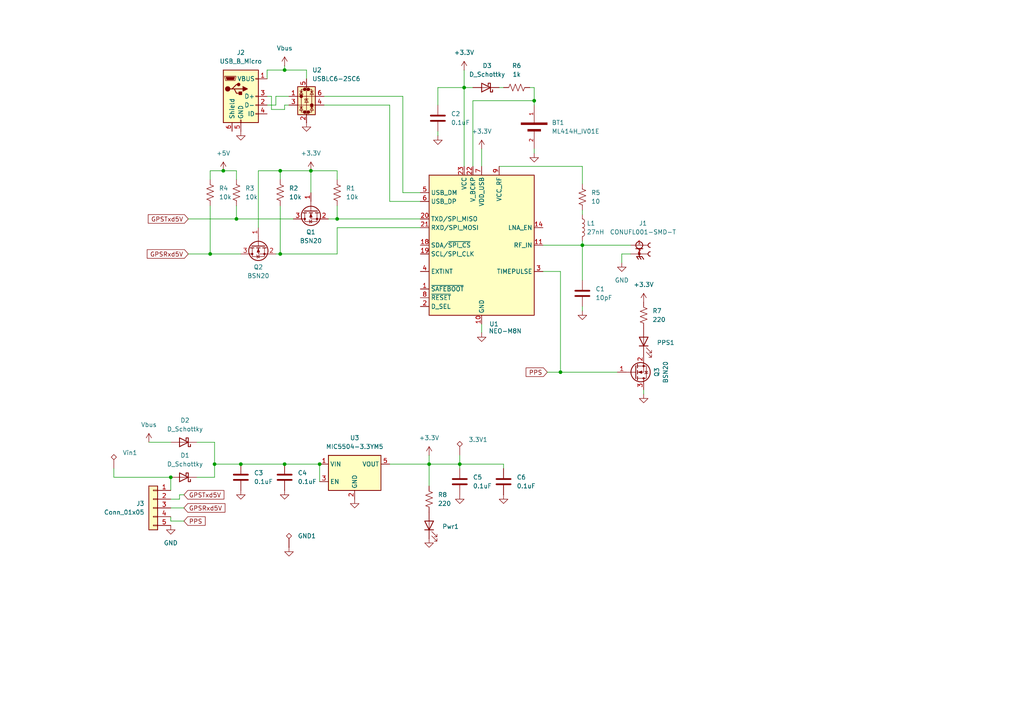
<source format=kicad_sch>
(kicad_sch (version 20231120) (generator "eeschema") (generator_version "8.0")
  (paper "A4")
  (lib_symbols
    (symbol "CONUFL001-SMD-T:CONUFL001-SMD-T" (pin_names (offset 1.016))
      (property "Reference" "J" (at -3.81 4.064 0))
      (property "Value" "CONUFL001-SMD-T" (at -4.064 -4.318 0))
      (symbol "CONUFL001-SMD-T_0_0"
        (arc (start -3.175 -0.635) (mid -2.5427 0) (end -3.175 0.635) (stroke (width 0.254)))
        (arc (start -3.175 1.905) (mid -2.5427 2.54) (end -3.175 3.175) (stroke (width 0.254)))
        (polyline (pts (xy -1.016 1.524) (xy 0 1.524)) (stroke (width 0.254)))
        (polyline (pts (xy -0.762 -0.762) (xy -1.27 -1.524)) (stroke (width 0.254)))
        (polyline (pts (xy 0 -0.762) (xy -0.762 -0.762)) (stroke (width 0.254)))
        (polyline (pts (xy 0 -0.762) (xy -0.508 -1.524)) (stroke (width 0.254)))
        (polyline (pts (xy 0 -0.762) (xy 0.762 -0.762)) (stroke (width 0.254)))
        (polyline (pts (xy 0 1.524) (xy 0 -0.762)) (stroke (width 0.254)))
        (polyline (pts (xy 0 1.524) (xy 1.016 1.524)) (stroke (width 0.254)))
        (polyline (pts (xy 0.762 -0.762) (xy 0.254 -1.524)) (stroke (width 0.254)))
        (circle (center 0 0) (radius 0.254) (stroke (width 0.254)))
        (circle (center 0 2.54) (radius 1.016) (stroke (width 0.254)))
        (pin passive line (at 2.54 2.54 180) (length 5.08) (name "~") (number "1"))
        (pin passive line (at 2.54 0 180) (length 5.08) (name "~") (number "2"))
      )
    )
    (symbol "Connector:TestPoint_Alt" (pin_numbers hide) (pin_names (offset 0.762) hide)
      (property "Reference" "TP" (at 0 6.858 0))
      (property "Value" "TestPoint_Alt" (at 0 5.08 0))
      (symbol "TestPoint_Alt_0_1"
        (polyline (pts (xy 0 2.54) (xy -0.762 3.302) (xy 0 4.064) (xy 0.762 3.302) (xy 0 2.54)))
      )
      (symbol "TestPoint_Alt_1_1"
        (pin passive line (at 0 0 90) (length 2.54) (name "1") (number "1"))
      )
    )
    (symbol "Connector:USB_B_Micro" (pin_names (offset 1.016))
      (property "Reference" "J" (at -5.08 11.43 0))
      (property "Value" "USB_B_Micro" (at -5.08 8.89 0))
      (symbol "USB_B_Micro_0_1"
        (rectangle (start -5.08 -7.62) (end 5.08 7.62) (stroke (width 0.254)) (fill (type background)))
        (circle (center -3.81 2.159) (radius 0.635) (stroke (width 0.254)) (fill (type outline)))
        (circle (center -0.635 3.429) (radius 0.381) (stroke (width 0.254)) (fill (type outline)))
        (rectangle (start -0.127 -7.62) (end 0.127 -6.858))
        (polyline (pts (xy -1.905 2.159) (xy 0.635 2.159)) (stroke (width 0.254)))
        (polyline (pts (xy -3.175 2.159) (xy -2.54 2.159) (xy -1.27 3.429) (xy -0.635 3.429)) (stroke (width 0.254)))
        (polyline (pts (xy -2.54 2.159) (xy -1.905 2.159) (xy -1.27 0.889) (xy 0 0.889)) (stroke (width 0.254)))
        (polyline (pts (xy 0.635 2.794) (xy 0.635 1.524) (xy 1.905 2.159) (xy 0.635 2.794)) (stroke (width 0.254)) (fill (type outline)))
        (polyline (pts (xy -4.318 5.588) (xy -1.778 5.588) (xy -2.032 4.826) (xy -4.064 4.826) (xy -4.318 5.588)) (fill (type outline)))
        (polyline (pts (xy -4.699 5.842) (xy -4.699 5.588) (xy -4.445 4.826) (xy -4.445 4.572) (xy -1.651 4.572) (xy -1.651 4.826) (xy -1.397 5.588) (xy -1.397 5.842) (xy -4.699 5.842)))
        (rectangle (start 0.254 1.27) (end -0.508 0.508) (stroke (width 0.254)) (fill (type outline)))
        (rectangle (start 5.08 -5.207) (end 4.318 -4.953))
        (rectangle (start 5.08 -2.667) (end 4.318 -2.413))
        (rectangle (start 5.08 -0.127) (end 4.318 0.127))
        (rectangle (start 5.08 4.953) (end 4.318 5.207))
      )
      (symbol "USB_B_Micro_1_1"
        (pin power_out line (at 7.62 5.08 180) (length 2.54) (name "VBUS") (number "1"))
        (pin bidirectional line (at 7.62 -2.54 180) (length 2.54) (name "D-") (number "2"))
        (pin bidirectional line (at 7.62 0 180) (length 2.54) (name "D+") (number "3"))
        (pin passive line (at 7.62 -5.08 180) (length 2.54) (name "ID") (number "4"))
        (pin power_out line (at 0 -10.16 90) (length 2.54) (name "GND") (number "5"))
        (pin passive line (at -2.54 -10.16 90) (length 2.54) (name "Shield") (number "6"))
      )
    )
    (symbol "Connector_Generic:Conn_01x05" (pin_names (offset 1.016) hide)
      (property "Reference" "J" (at 0 7.62 0))
      (property "Value" "Conn_01x05" (at 0 -7.62 0))
      (symbol "Conn_01x05_1_1"
        (rectangle (start -1.27 -4.953) (end 0 -5.207) (stroke (width 0.1524)))
        (rectangle (start -1.27 -2.413) (end 0 -2.667) (stroke (width 0.1524)))
        (rectangle (start -1.27 0.127) (end 0 -0.127) (stroke (width 0.1524)))
        (rectangle (start -1.27 2.667) (end 0 2.413) (stroke (width 0.1524)))
        (rectangle (start -1.27 5.207) (end 0 4.953) (stroke (width 0.1524)))
        (rectangle (start -1.27 6.35) (end 1.27 -6.35) (stroke (width 0.254)) (fill (type background)))
        (pin passive line (at -5.08 5.08 0) (length 3.81) (name "Pin_1") (number "1"))
        (pin passive line (at -5.08 2.54 0) (length 3.81) (name "Pin_2") (number "2"))
        (pin passive line (at -5.08 0 0) (length 3.81) (name "Pin_3") (number "3"))
        (pin passive line (at -5.08 -2.54 0) (length 3.81) (name "Pin_4") (number "4"))
        (pin passive line (at -5.08 -5.08 0) (length 3.81) (name "Pin_5") (number "5"))
      )
    )
    (symbol "Device:C" (pin_numbers hide) (pin_names (offset 0.254))
      (property "Reference" "C" (at 0.635 2.54 0))
      (property "Value" "C" (at 0.635 -2.54 0))
      (symbol "C_0_1"
        (polyline (pts (xy -2.032 -0.762) (xy 2.032 -0.762)) (stroke (width 0.508)))
        (polyline (pts (xy -2.032 0.762) (xy 2.032 0.762)) (stroke (width 0.508)))
      )
      (symbol "C_1_1"
        (pin passive line (at 0 3.81 270) (length 2.794) (name "~") (number "1"))
        (pin passive line (at 0 -3.81 90) (length 2.794) (name "~") (number "2"))
      )
    )
    (symbol "Device:D_Schottky" (pin_numbers hide) (pin_names (offset 1.016) hide)
      (property "Reference" "D" (at 0 2.54 0))
      (property "Value" "D_Schottky" (at 0 -2.54 0))
      (symbol "D_Schottky_0_1"
        (polyline (pts (xy 1.27 0) (xy -1.27 0)))
        (polyline (pts (xy 1.27 1.27) (xy 1.27 -1.27) (xy -1.27 0) (xy 1.27 1.27)) (stroke (width 0.254)))
        (polyline (pts (xy -1.905 0.635) (xy -1.905 1.27) (xy -1.27 1.27) (xy -1.27 -1.27) (xy -0.635 -1.27) (xy -0.635 -0.635)) (stroke (width 0.254)))
      )
      (symbol "D_Schottky_1_1"
        (pin passive line (at -3.81 0 0) (length 2.54) (name "K") (number "1"))
        (pin passive line (at 3.81 0 180) (length 2.54) (name "A") (number "2"))
      )
    )
    (symbol "Device:L" (pin_numbers hide) (pin_names (offset 1.016) hide)
      (property "Reference" "L" (at -1.27 0 90))
      (property "Value" "L" (at 1.905 0 90))
      (symbol "L_0_1"
        (arc (start 0 -2.54) (mid 0.6323 -1.905) (end 0 -1.27))
        (arc (start 0 -1.27) (mid 0.6323 -0.635) (end 0 0))
        (arc (start 0 0) (mid 0.6323 0.635) (end 0 1.27))
        (arc (start 0 1.27) (mid 0.6323 1.905) (end 0 2.54))
      )
      (symbol "L_1_1"
        (pin passive line (at 0 3.81 270) (length 1.27) (name "1") (number "1"))
        (pin passive line (at 0 -3.81 90) (length 1.27) (name "2") (number "2"))
      )
    )
    (symbol "Device:LED" (pin_numbers hide) (pin_names (offset 1.016) hide)
      (property "Reference" "D" (at 0 2.54 0))
      (property "Value" "LED" (at 0 -2.54 0))
      (symbol "LED_0_1"
        (polyline (pts (xy -1.27 -1.27) (xy -1.27 1.27)) (stroke (width 0.254)))
        (polyline (pts (xy -1.27 0) (xy 1.27 0)))
        (polyline (pts (xy 1.27 -1.27) (xy 1.27 1.27) (xy -1.27 0) (xy 1.27 -1.27)) (stroke (width 0.254)))
        (polyline (pts (xy -3.048 -0.762) (xy -4.572 -2.286) (xy -3.81 -2.286) (xy -4.572 -2.286) (xy -4.572 -1.524)))
        (polyline (pts (xy -1.778 -0.762) (xy -3.302 -2.286) (xy -2.54 -2.286) (xy -3.302 -2.286) (xy -3.302 -1.524)))
      )
      (symbol "LED_1_1"
        (pin passive line (at -3.81 0 0) (length 2.54) (name "K") (number "1"))
        (pin passive line (at 3.81 0 180) (length 2.54) (name "A") (number "2"))
      )
    )
    (symbol "Device:R_US" (pin_numbers hide) (pin_names (offset 0))
      (property "Reference" "R" (at 2.54 0 90))
      (property "Value" "R_US" (at -2.54 0 90))
      (symbol "R_US_0_1"
        (polyline (pts (xy 0 -2.286) (xy 0 -2.54)))
        (polyline (pts (xy 0 2.286) (xy 0 2.54)))
        (polyline (pts (xy 0 -0.762) (xy 1.016 -1.143) (xy 0 -1.524) (xy -1.016 -1.905) (xy 0 -2.286)))
        (polyline (pts (xy 0 0.762) (xy 1.016 0.381) (xy 0 0) (xy -1.016 -0.381) (xy 0 -0.762)))
        (polyline (pts (xy 0 2.286) (xy 1.016 1.905) (xy 0 1.524) (xy -1.016 1.143) (xy 0 0.762)))
      )
      (symbol "R_US_1_1"
        (pin passive line (at 0 3.81 270) (length 1.27) (name "~") (number "1"))
        (pin passive line (at 0 -3.81 90) (length 1.27) (name "~") (number "2"))
      )
    )
    (symbol "Power_Protection:USBLC6-2SC6" (pin_names hide)
      (property "Reference" "U" (at 0.635 5.715 0))
      (property "Value" "USBLC6-2SC6" (at 0.635 3.81 0))
      (symbol "USBLC6-2SC6_0_0"
        (circle (center -1.524 0) (radius 0.0001) (stroke (width 0.508)))
        (circle (center -0.508 -4.572) (radius 0.0001) (stroke (width 0.508)))
        (circle (center -0.508 2.032) (radius 0.0001) (stroke (width 0.508)))
        (circle (center 0.508 -4.572) (radius 0.0001) (stroke (width 0.508)))
        (circle (center 0.508 2.032) (radius 0.0001) (stroke (width 0.508)))
        (circle (center 1.524 -2.54) (radius 0.0001) (stroke (width 0.508)))
      )
      (symbol "USBLC6-2SC6_0_1"
        (polyline (pts (xy -2.54 -2.54) (xy 2.54 -2.54)))
        (polyline (pts (xy -2.54 0) (xy 2.54 0)))
        (polyline (pts (xy -2.032 -3.048) (xy -1.016 -3.048)))
        (polyline (pts (xy -1.016 1.524) (xy -2.032 1.524)))
        (polyline (pts (xy 1.016 -3.048) (xy 2.032 -3.048)))
        (polyline (pts (xy 1.016 1.524) (xy 2.032 1.524)))
        (polyline (pts (xy -0.508 -1.143) (xy -0.508 -0.762) (xy 0.508 -0.762)))
        (polyline (pts (xy -2.032 0.508) (xy -1.016 0.508) (xy -1.524 1.524) (xy -2.032 0.508)))
        (polyline (pts (xy -1.016 -4.064) (xy -2.032 -4.064) (xy -1.524 -3.048) (xy -1.016 -4.064)))
        (polyline (pts (xy 0.508 -1.778) (xy -0.508 -1.778) (xy 0 -0.762) (xy 0.508 -1.778)))
        (polyline (pts (xy 2.032 -4.064) (xy 1.016 -4.064) (xy 1.524 -3.048) (xy 2.032 -4.064)))
        (polyline (pts (xy 2.032 0.508) (xy 1.016 0.508) (xy 1.524 1.524) (xy 2.032 0.508)))
        (polyline (pts (xy 0 2.54) (xy -0.508 2.032) (xy 0.508 2.032) (xy 0 1.524) (xy 0 -4.064) (xy -0.508 -4.572) (xy 0.508 -4.572) (xy 0 -5.08)))
      )
      (symbol "USBLC6-2SC6_1_1"
        (rectangle (start -2.54 2.794) (end 2.54 -5.334) (stroke (width 0.254)) (fill (type background)))
        (polyline (pts (xy -0.508 2.032) (xy -1.524 2.032) (xy -1.524 -4.572) (xy -0.508 -4.572)))
        (polyline (pts (xy 0.508 -4.572) (xy 1.524 -4.572) (xy 1.524 2.032) (xy 0.508 2.032)))
        (pin passive line (at -5.08 0 0) (length 2.54) (name "I/O1") (number "1"))
        (pin passive line (at 0 -7.62 90) (length 2.54) (name "GND") (number "2"))
        (pin passive line (at -5.08 -2.54 0) (length 2.54) (name "I/O2") (number "3"))
        (pin passive line (at 5.08 -2.54 180) (length 2.54) (name "I/O2") (number "4"))
        (pin passive line (at 0 5.08 270) (length 2.54) (name "VBUS") (number "5"))
        (pin passive line (at 5.08 0 180) (length 2.54) (name "I/O1") (number "6"))
      )
    )
    (symbol "RF_GPS:NEO-M8N"
      (property "Reference" "U" (at -13.97 21.59 0))
      (property "Value" "NEO-M8N" (at 11.43 21.59 0))
      (symbol "NEO-M8N_0_1"
        (rectangle (start -15.24 20.32) (end 15.24 -20.32) (stroke (width 0.254)) (fill (type background)))
      )
      (symbol "NEO-M8N_1_1"
        (pin input line (at -17.78 -12.7 0) (length 2.54) (name "~{SAFEBOOT}") (number "1"))
        (pin power_in line (at 0 -22.86 90) (length 2.54) (name "GND") (number "10"))
        (pin input line (at 17.78 0 180) (length 2.54) (name "RF_IN") (number "11"))
        (pin passive line (at 0 -22.86 90) (length 2.54) hide (name "GND") (number "12"))
        (pin passive line (at 0 -22.86 90) (length 2.54) hide (name "GND") (number "13"))
        (pin output line (at 17.78 5.08 180) (length 2.54) (name "LNA_EN") (number "14"))
        (pin no_connect line (at 15.24 -10.16 180) (length 2.54) hide (name "RESERVED") (number "15"))
        (pin no_connect line (at 15.24 -12.7 180) (length 2.54) hide (name "RESERVED") (number "16"))
        (pin no_connect line (at 15.24 -15.24 180) (length 2.54) hide (name "RESERVED") (number "17"))
        (pin bidirectional line (at -17.78 0 0) (length 2.54) (name "SDA/~{SPI_CS}") (number "18"))
        (pin input line (at -17.78 -2.54 0) (length 2.54) (name "SCL/SPI_CLK") (number "19"))
        (pin input line (at -17.78 -17.78 0) (length 2.54) (name "D_SEL") (number "2"))
        (pin output line (at -17.78 7.62 0) (length 2.54) (name "TXD/SPI_MISO") (number "20"))
        (pin input line (at -17.78 5.08 0) (length 2.54) (name "RXD/SPI_MOSI") (number "21"))
        (pin power_in line (at -2.54 22.86 270) (length 2.54) (name "V_BCKP") (number "22"))
        (pin power_in line (at -5.08 22.86 270) (length 2.54) (name "VCC") (number "23"))
        (pin passive line (at 0 -22.86 90) (length 2.54) hide (name "GND") (number "24"))
        (pin output line (at 17.78 -7.62 180) (length 2.54) (name "TIMEPULSE") (number "3"))
        (pin input line (at -17.78 -7.62 0) (length 2.54) (name "EXTINT") (number "4"))
        (pin bidirectional line (at -17.78 15.24 0) (length 2.54) (name "USB_DM") (number "5"))
        (pin bidirectional line (at -17.78 12.7 0) (length 2.54) (name "USB_DP") (number "6"))
        (pin power_in line (at 0 22.86 270) (length 2.54) (name "VDD_USB") (number "7"))
        (pin input line (at -17.78 -15.24 0) (length 2.54) (name "~{RESET}") (number "8"))
        (pin power_out line (at 5.08 22.86 270) (length 2.54) (name "VCC_RF") (number "9"))
      )
    )
    (symbol "Regulator_Linear:MIC5504-3.3YM5"
      (property "Reference" "U" (at -7.62 8.89 0))
      (property "Value" "MIC5504-3.3YM5" (at -7.62 6.35 0))
      (symbol "MIC5504-3.3YM5_0_1"
        (rectangle (start -7.62 -5.08) (end 7.62 5.08) (stroke (width 0.254)) (fill (type background)))
      )
      (symbol "MIC5504-3.3YM5_1_1"
        (pin power_in line (at -10.16 2.54 0) (length 2.54) (name "VIN") (number "1"))
        (pin power_in line (at 0 -7.62 90) (length 2.54) (name "GND") (number "2"))
        (pin input line (at -10.16 -2.54 0) (length 2.54) (name "EN") (number "3"))
        (pin no_connect line (at 7.62 -2.54 180) (length 2.54) hide (name "NC") (number "4"))
        (pin power_out line (at 10.16 2.54 180) (length 2.54) (name "VOUT") (number "5"))
      )
    )
    (symbol "Transistor_FET:BSN20" (pin_names hide)
      (property "Reference" "Q" (at 5.08 1.905 0))
      (property "Value" "BSN20" (at 5.08 0 0))
      (symbol "BSN20_0_1"
        (polyline (pts (xy 0.254 0) (xy -2.54 0)))
        (polyline (pts (xy 0.254 1.905) (xy 0.254 -1.905)) (stroke (width 0.254)))
        (polyline (pts (xy 0.762 -1.27) (xy 0.762 -2.286)) (stroke (width 0.254)))
        (polyline (pts (xy 0.762 0.508) (xy 0.762 -0.508)) (stroke (width 0.254)))
        (polyline (pts (xy 0.762 2.286) (xy 0.762 1.27)) (stroke (width 0.254)))
        (polyline (pts (xy 2.54 2.54) (xy 2.54 1.778)))
        (polyline (pts (xy 2.54 -2.54) (xy 2.54 0) (xy 0.762 0)))
        (polyline (pts (xy 0.762 -1.778) (xy 3.302 -1.778) (xy 3.302 1.778) (xy 0.762 1.778)))
        (polyline (pts (xy 1.016 0) (xy 2.032 0.381) (xy 2.032 -0.381) (xy 1.016 0)) (fill (type outline)))
        (polyline (pts (xy 2.794 0.508) (xy 2.921 0.381) (xy 3.683 0.381) (xy 3.81 0.254)))
        (polyline (pts (xy 3.302 0.381) (xy 2.921 -0.254) (xy 3.683 -0.254) (xy 3.302 0.381)))
        (circle (center 1.651 0) (radius 2.794) (stroke (width 0.254)))
        (circle (center 2.54 -1.778) (radius 0.254) (fill (type outline)))
        (circle (center 2.54 1.778) (radius 0.254) (fill (type outline)))
      )
      (symbol "BSN20_1_1"
        (pin input line (at -5.08 0 0) (length 2.54) (name "G") (number "1"))
        (pin passive line (at 2.54 -5.08 90) (length 2.54) (name "S") (number "2"))
        (pin passive line (at 2.54 5.08 270) (length 2.54) (name "D") (number "3"))
      )
    )
    (symbol "_MyLib_sym:ML414H_IV01E" (pin_names (offset 1.016))
      (property "Reference" "BT" (at -2.5438 5.0877 0))
      (property "Value" "ML414H_IV01E" (at -2.5481 -7.6443 0))
      (symbol "ML414H_IV01E_0_0"
        (rectangle (start 0 -3.8255) (end 0.635 3.81) (stroke (width 0.1)) (fill (type outline)))
        (rectangle (start 1.9091 -1.9091) (end 2.54 1.905) (stroke (width 0.1)) (fill (type outline)))
        (pin passive line (at -5.08 0 0) (length 5.08) (name "~") (number "1"))
        (pin passive line (at 7.62 0 180) (length 5.08) (name "~") (number "2"))
      )
    )
    (symbol "power:+3.3V" (power) (pin_numbers hide) (pin_names (offset 0) hide)
      (property "Value" "+3.3V" (at 0 3.556 0))
      (symbol "+3.3V_0_1"
        (polyline (pts (xy -0.762 1.27) (xy 0 2.54)))
        (polyline (pts (xy 0 0) (xy 0 2.54)))
        (polyline (pts (xy 0 2.54) (xy 0.762 1.27)))
      )
      (symbol "+3.3V_1_1"
        (pin power_in line (at 0 0 90) (length 0) (name "~") (number "1"))
      )
    )
    (symbol "power:GND" (power) (pin_numbers hide) (pin_names (offset 0) hide)
      (property "Value" "GND" (at 0 -3.81 0))
      (symbol "GND_0_1"
        (polyline (pts (xy 0 0) (xy 0 -1.27) (xy 1.27 -1.27) (xy 0 -2.54) (xy -1.27 -1.27) (xy 0 -1.27)))
      )
      (symbol "GND_1_1"
        (pin power_in line (at 0 0 270) (length 0) (name "~") (number "1"))
      )
    )
  )
  (junction (at 69.85 134.62))
  (junction (at 168.91 71.12))
  (junction (at 90.17 49.53))
  (junction (at 49.53 138.43))
  (junction (at 134.62 25.4))
  (junction (at 64.77 49.53))
  (junction (at 60.96 73.66))
  (junction (at 92.71 134.62))
  (junction (at 162.56 107.95))
  (junction (at 81.28 49.53))
  (junction (at 133.35 134.62))
  (junction (at 97.79 63.5))
  (junction (at 68.58 63.5))
  (junction (at 62.23 134.62))
  (junction (at 82.55 20.32))
  (junction (at 81.28 73.66))
  (junction (at 82.55 134.62))
  (junction (at 124.46 134.62))
  (junction (at 154.94 29.21))
  (wire (pts (xy 97.79 73.66) (xy 97.79 66.04)))
  (wire (pts (xy 139.7 93.98) (xy 139.7 96.52)))
  (wire (pts (xy 133.35 132.08) (xy 133.35 134.62)))
  (wire (pts (xy 168.91 60.96) (xy 168.91 62.23)))
  (wire (pts (xy 154.94 29.21) (xy 154.94 30.48)))
  (wire (pts (xy 139.7 43.18) (xy 139.7 48.26)))
  (wire (pts (xy 64.77 49.53) (xy 68.58 49.53)))
  (wire (pts (xy 90.17 49.53) (xy 90.17 55.88)))
  (wire (pts (xy 124.46 134.62) (xy 124.46 140.97)))
  (wire (pts (xy 60.96 49.53) (xy 64.77 49.53)))
  (wire (pts (xy 97.79 49.53) (xy 90.17 49.53)))
  (wire (pts (xy 80.01 73.66) (xy 81.28 73.66)))
  (wire (pts (xy 116.84 55.88) (xy 121.92 55.88)))
  (wire (pts (xy 60.96 49.53) (xy 60.96 52.07)))
  (wire (pts (xy 78.74 31.75) (xy 82.55 31.75)))
  (wire (pts (xy 49.53 147.32) (xy 53.34 147.32)))
  (wire (pts (xy 133.35 135.89) (xy 133.35 134.62)))
  (wire (pts (xy 68.58 63.5) (xy 85.09 63.5)))
  (wire (pts (xy 134.62 20.32) (xy 134.62 25.4)))
  (wire (pts (xy 52.07 143.51) (xy 52.07 144.78)))
  (wire (pts (xy 81.28 73.66) (xy 97.79 73.66)))
  (wire (pts (xy 81.28 59.69) (xy 81.28 73.66)))
  (wire (pts (xy 49.53 151.13) (xy 49.53 149.86)))
  (wire (pts (xy 62.23 138.43) (xy 57.15 138.43)))
  (wire (pts (xy 97.79 63.5) (xy 121.92 63.5)))
  (wire (pts (xy 127 30.48) (xy 127 25.4)))
  (wire (pts (xy 52.07 144.78) (xy 49.53 144.78)))
  (wire (pts (xy 97.79 59.69) (xy 97.79 63.5)))
  (wire (pts (xy 168.91 69.85) (xy 168.91 71.12)))
  (wire (pts (xy 146.05 134.62) (xy 133.35 134.62)))
  (wire (pts (xy 54.61 63.5) (xy 68.58 63.5)))
  (wire (pts (xy 53.34 151.13) (xy 49.53 151.13)))
  (wire (pts (xy 78.74 27.94) (xy 78.74 31.75)))
  (wire (pts (xy 113.03 58.42) (xy 113.03 30.48)))
  (wire (pts (xy 62.23 134.62) (xy 62.23 138.43)))
  (wire (pts (xy 97.79 49.53) (xy 97.79 52.07)))
  (wire (pts (xy 82.55 20.32) (xy 82.55 19.05)))
  (wire (pts (xy 158.75 107.95) (xy 162.56 107.95)))
  (wire (pts (xy 113.03 134.62) (xy 124.46 134.62)))
  (wire (pts (xy 77.47 20.32) (xy 77.47 22.86)))
  (wire (pts (xy 133.35 134.62) (xy 124.46 134.62)))
  (wire (pts (xy 88.9 20.32) (xy 88.9 22.86)))
  (wire (pts (xy 81.28 49.53) (xy 81.28 52.07)))
  (wire (pts (xy 43.18 128.27) (xy 49.53 128.27)))
  (wire (pts (xy 52.07 143.51) (xy 53.34 143.51)))
  (wire (pts (xy 168.91 48.26) (xy 168.91 53.34)))
  (wire (pts (xy 77.47 27.94) (xy 78.74 27.94)))
  (wire (pts (xy 180.34 73.66) (xy 180.34 76.2)))
  (wire (pts (xy 116.84 27.94) (xy 93.98 27.94)))
  (wire (pts (xy 69.85 134.62) (xy 82.55 134.62)))
  (wire (pts (xy 157.48 71.12) (xy 168.91 71.12)))
  (wire (pts (xy 137.16 29.21) (xy 137.16 48.26)))
  (wire (pts (xy 154.94 43.18) (xy 154.94 44.45)))
  (wire (pts (xy 62.23 128.27) (xy 62.23 134.62)))
  (wire (pts (xy 77.47 30.48) (xy 80.01 30.48)))
  (wire (pts (xy 127 38.1) (xy 127 39.37)))
  (wire (pts (xy 62.23 128.27) (xy 57.15 128.27)))
  (wire (pts (xy 144.78 48.26) (xy 168.91 48.26)))
  (wire (pts (xy 60.96 73.66) (xy 69.85 73.66)))
  (wire (pts (xy 168.91 88.9) (xy 168.91 90.17)))
  (wire (pts (xy 82.55 20.32) (xy 88.9 20.32)))
  (wire (pts (xy 92.71 134.62) (xy 92.71 139.7)))
  (wire (pts (xy 162.56 107.95) (xy 179.07 107.95)))
  (wire (pts (xy 49.53 138.43) (xy 49.53 142.24)))
  (wire (pts (xy 95.25 63.5) (xy 97.79 63.5)))
  (wire (pts (xy 74.93 66.04) (xy 74.93 49.53)))
  (wire (pts (xy 153.67 25.4) (xy 154.94 25.4)))
  (wire (pts (xy 60.96 73.66) (xy 60.96 59.69)))
  (wire (pts (xy 82.55 31.75) (xy 82.55 30.48)))
  (wire (pts (xy 182.88 73.66) (xy 180.34 73.66)))
  (wire (pts (xy 97.79 66.04) (xy 121.92 66.04)))
  (wire (pts (xy 168.91 71.12) (xy 182.88 71.12)))
  (wire (pts (xy 137.16 29.21) (xy 154.94 29.21)))
  (wire (pts (xy 77.47 20.32) (xy 82.55 20.32)))
  (wire (pts (xy 82.55 30.48) (xy 83.82 30.48)))
  (wire (pts (xy 68.58 59.69) (xy 68.58 63.5)))
  (wire (pts (xy 134.62 25.4) (xy 134.62 48.26)))
  (wire (pts (xy 168.91 71.12) (xy 168.91 81.28)))
  (wire (pts (xy 186.69 113.03) (xy 186.69 114.3)))
  (wire (pts (xy 134.62 25.4) (xy 137.16 25.4)))
  (wire (pts (xy 146.05 134.62) (xy 146.05 135.89)))
  (wire (pts (xy 144.78 25.4) (xy 146.05 25.4)))
  (wire (pts (xy 90.17 49.53) (xy 81.28 49.53)))
  (wire (pts (xy 154.94 25.4) (xy 154.94 29.21)))
  (wire (pts (xy 82.55 134.62) (xy 92.71 134.62)))
  (wire (pts (xy 74.93 49.53) (xy 81.28 49.53)))
  (wire (pts (xy 33.02 135.89) (xy 33.02 138.43)))
  (wire (pts (xy 93.98 30.48) (xy 113.03 30.48)))
  (wire (pts (xy 116.84 55.88) (xy 116.84 27.94)))
  (wire (pts (xy 62.23 134.62) (xy 69.85 134.62)))
  (wire (pts (xy 127 25.4) (xy 134.62 25.4)))
  (wire (pts (xy 80.01 27.94) (xy 83.82 27.94)))
  (wire (pts (xy 157.48 78.74) (xy 162.56 78.74)))
  (wire (pts (xy 113.03 58.42) (xy 121.92 58.42)))
  (wire (pts (xy 68.58 49.53) (xy 68.58 52.07)))
  (wire (pts (xy 33.02 138.43) (xy 49.53 138.43)))
  (wire (pts (xy 80.01 30.48) (xy 80.01 27.94)))
  (wire (pts (xy 162.56 78.74) (xy 162.56 107.95)))
  (wire (pts (xy 124.46 132.08) (xy 124.46 134.62)))
  (wire (pts (xy 54.61 73.66) (xy 60.96 73.66)))
  (global_label "GPSTxd5V" (shape input) (at 53.34 143.51 0) (property "Intersheetrefs" "${INTERSHEET_REFS}" (effects (hide yes))))
  (global_label "GPSRxd5V" (shape input) (at 53.34 147.32 0) (property "Intersheetrefs" "${INTERSHEET_REFS}" (effects (hide yes))))
  (global_label "PPS" (shape input) (at 158.75 107.95 180) (property "Intersheetrefs" "${INTERSHEET_REFS}" (effects (hide yes))))
  (global_label "GPSRxd5V" (shape input) (at 54.61 73.66 180) (property "Intersheetrefs" "${INTERSHEET_REFS}" (effects (hide yes))))
  (global_label "PPS" (shape input) (at 53.34 151.13 0) (property "Intersheetrefs" "${INTERSHEET_REFS}" (effects (hide yes))))
  (global_label "GPSTxd5V" (shape input) (at 54.61 63.5 180) (property "Intersheetrefs" "${INTERSHEET_REFS}" (effects (hide yes))))
  (symbol (lib_id "power:+3.3V") (at 43.18 128.27 0) (unit 1)
    (property "Reference" "#PWR018" (effects (hide yes)))
    (property "Value" "Vbus" (at 43.18 123.19 0))
    (property "Description" "Power symbol creates a global label with name \"+3.3V\"" (effects (hide yes)))
  )
  (symbol (lib_id "power:GND") (at 69.85 38.1 0) (unit 1)
    (property "Reference" "#PWR011" (effects (hide yes)))
    (property "Value" "GND" (effects (hide yes)))
    (property "Description" "Power symbol creates a global label with name \"GND\" , ground" (effects (hide yes)))
  )
  (symbol (lib_id "power:GND") (at 82.55 142.24 0) (unit 1)
    (property "Reference" "#PWR020" (effects (hide yes)))
    (property "Value" "GND" (effects (hide yes)))
    (property "Description" "Power symbol creates a global label with name \"GND\" , ground" (effects (hide yes)))
  )
  (symbol (lib_id "Device:D_Schottky") (at 53.34 138.43 180) (unit 1)
    (property "Reference" "D1" (at 53.6575 132.08 0))
    (property "Value" "D_Schottky" (at 53.6575 134.62 0))
    (property "Footprint" "Diode_SMD:D_0805_2012Metric" (effects (hide yes)))
    (property "Description" "Schottky diode" (effects (hide yes)))
    (property "Part Number" "ZHCS400TA" (effects (hide yes)))
  )
  (symbol (lib_id "power:GND") (at 102.87 144.78 0) (unit 1)
    (property "Reference" "#PWR023" (effects (hide yes)))
    (property "Value" "GND" (effects (hide yes)))
    (property "Description" "Power symbol creates a global label with name \"GND\" , ground" (effects (hide yes)))
  )
  (symbol (lib_id "Transistor_FET:BSN20") (at 90.17 60.96 90) (mirror x) (unit 1)
    (property "Reference" "Q1" (at 90.17 67.31 90))
    (property "Value" "BSN20" (at 90.17 69.85 90))
    (property "Footprint" "Package_TO_SOT_SMD:SOT-23" (effects (hide yes)))
    (property "Datasheet" "http://www.diodes.com/assets/Datasheets/ds31898.pdf" (effects (hide yes)))
    (property "Description" "0.5A Id, 50V Vds, N-Channel MOSFET, SOT-23" (effects (hide yes)))
  )
  (symbol (lib_id "power:+3.3V") (at 139.7 43.18 0) (unit 1)
    (property "Reference" "#PWR07" (effects (hide yes)))
    (property "Value" "+3.3V" (at 139.7 38.1 0))
    (property "Description" "Power symbol creates a global label with name \"+3.3V\"" (effects (hide yes)))
  )
  (symbol (lib_id "Power_Protection:USBLC6-2SC6") (at 88.9 27.94 0) (unit 1)
    (property "Reference" "U2" (at 90.5511 20.32 0) (effects (justify left)))
    (property "Value" "USBLC6-2SC6" (at 90.5511 22.86 0) (effects (justify left)))
    (property "Footprint" "Package_TO_SOT_SMD:SOT-23-6" (effects (hide yes)))
    (property "Datasheet" "https://www.st.com/resource/en/datasheet/usblc6-2.pdf" (effects (hide yes)))
    (property "Description" "Very low capacitance ESD protection diode, 2 data-line, SOT-23-6" (effects (hide yes)))
  )
  (symbol (lib_id "power:GND") (at 154.94 44.45 0) (unit 1)
    (property "Reference" "#PWR08" (effects (hide yes)))
    (property "Value" "GND" (effects (hide yes)))
    (property "Description" "Power symbol creates a global label with name \"GND\" , ground" (effects (hide yes)))
  )
  (symbol (lib_id "Device:R_US") (at 124.46 144.78 0) (unit 1)
    (property "Reference" "R8" (at 127 143.5099 0) (effects (justify left)))
    (property "Value" "220" (at 127 146.0499 0) (effects (justify left)))
    (property "Footprint" "Resistor_SMD:R_0603_1608Metric" (effects (hide yes)))
    (property "Description" "RES 1K OHM 1% 1/10W 0603" (effects (hide yes)))
    (property "Part Number" "RC0603FR-07220RL" (effects (hide yes)))
  )
  (symbol (lib_id "Device:C") (at 146.05 139.7 0) (unit 1)
    (property "Reference" "C6" (at 149.86 138.4299 0) (effects (justify left)))
    (property "Value" "0.1uF" (at 149.86 140.9699 0) (effects (justify left)))
    (property "Footprint" "Capacitor_SMD:C_0603_1608Metric" (effects (hide yes)))
    (property "Description" "Unpolarized capacitor" (effects (hide yes)))
    (property "Part Number" "CC0603KRX7R9BB104" (effects (hide yes)))
  )
  (symbol (lib_id "power:+3.3V") (at 134.62 20.32 0) (unit 1)
    (property "Reference" "#PWR06" (effects (hide yes)))
    (property "Value" "+3.3V" (at 134.62 15.24 0))
    (property "Description" "Power symbol creates a global label with name \"+3.3V\"" (effects (hide yes)))
  )
  (symbol (lib_id "Device:R_US") (at 60.96 55.88 0) (unit 1)
    (property "Reference" "R4" (at 63.5 54.6099 0) (effects (justify left)))
    (property "Value" "10k" (at 63.5 57.1499 0) (effects (justify left)))
    (property "Footprint" "Resistor_SMD:R_0603_1608Metric" (effects (hide yes)))
    (property "Description" "RES 1K OHM 1% 1/10W 0603" (effects (hide yes)))
    (property "Part Number" "RC0603FR-0710KL" (effects (hide yes)))
  )
  (symbol (lib_id "RF_GPS:NEO-M8N") (at 139.7 71.12 0) (unit 1)
    (property "Reference" "U1" (at 141.8941 93.98 0) (effects (justify left)))
    (property "Value" "NEO-M8N" (at 141.732 96.012 0) (effects (justify left)))
    (property "Footprint" "RF_GPS:ublox_NEO" (effects (hide yes)))
    (property "Datasheet" "https://content.u-blox.com/sites/default/files/NEO-M8-FW3_DataSheet_UBX-15031086.pdf" (effects (hide yes)))
    (property "Description" "GNSS Module NEO M8, VCC 2.7V to 3.6V" (effects (hide yes)))
    (property "Part Number" "NEO-M8N-0" (effects (hide yes)))
  )
  (symbol (lib_id "Device:C") (at 82.55 138.43 0) (unit 1)
    (property "Reference" "C4" (at 86.36 137.1599 0) (effects (justify left)))
    (property "Value" "0.1uF" (at 86.36 139.6999 0) (effects (justify left)))
    (property "Footprint" "Capacitor_SMD:C_0603_1608Metric" (effects (hide yes)))
    (property "Description" "Unpolarized capacitor" (effects (hide yes)))
    (property "Part Number" "CC0603KRX7R9BB104" (effects (hide yes)))
  )
  (symbol (lib_id "Device:R_US") (at 186.69 91.44 0) (unit 1)
    (property "Reference" "R7" (at 189.23 90.1699 0) (effects (justify left)))
    (property "Value" "220" (at 189.23 92.7099 0) (effects (justify left)))
    (property "Footprint" "Resistor_SMD:R_0603_1608Metric" (effects (hide yes)))
    (property "Description" "RES 1K OHM 1% 1/10W 0603" (effects (hide yes)))
    (property "Part Number" "RC0603FR-07220RL" (effects (hide yes)))
  )
  (symbol (lib_id "power:+3.3V") (at 90.17 49.53 0) (unit 1)
    (property "Reference" "#PWR05" (effects (hide yes)))
    (property "Value" "+3.3V" (at 90.17 44.45 0))
    (property "Description" "Power symbol creates a global label with name \"+3.3V\"" (effects (hide yes)))
  )
  (symbol (lib_id "power:GND") (at 168.91 90.17 0) (unit 1)
    (property "Reference" "#PWR01" (effects (hide yes)))
    (property "Value" "GND" (effects (hide yes)))
    (property "Description" "Power symbol creates a global label with name \"GND\" , ground" (effects (hide yes)))
  )
  (symbol (lib_id "Connector:USB_B_Micro") (at 69.85 27.94 0) (unit 1)
    (property "Reference" "J2" (at 69.85 15.24 0))
    (property "Value" "USB_B_Micro" (at 69.85 17.78 0))
    (property "Footprint" "Connector_USB:USB_Micro-B_Amphenol_10118193-0002LF_Horizontal" (effects (hide yes)))
    (property "Description" "USB Micro Type B connector" (effects (hide yes)))
  )
  (symbol (lib_id "CONUFL001-SMD-T:CONUFL001-SMD-T") (at 185.42 73.66 0) (mirror y) (unit 1)
    (property "Reference" "J1" (at 186.4995 64.77 0))
    (property "Value" "CONUFL001-SMD-T" (at 186.4995 67.31 0))
    (property "Footprint" "Library:LINX_CONUFL001-SMD-T" (effects (hide yes)))
    (property "SnapEDA_Link" "https://www.snapeda.com/parts/CONUFL001-SMD-T/Linx+Technologies+Inc./view-part/?ref=snap" (effects (hide yes)))
    (property "Check_prices" "https://www.snapeda.com/parts/CONUFL001-SMD-T/Linx+Technologies+Inc./view-part/?ref=eda" (effects (hide yes)))
    (property "Package" "None" (effects (hide yes)))
    (property "Price" "None" (effects (hide yes)))
    (property "MF" "Linx Technologies" (effects (hide yes)))
    (property "MP" "CONUFL001-SMD-T" (effects (hide yes)))
    (property "Purchase-URL" "https://www.snapeda.com/api/url_track_click_mouser/?unipart_id=1154270&manufacturer=Linx Technologies&part_name=CONUFL001-SMD-T&search_term=None" (effects (hide yes)))
    (property "Availability" "In Stock" (effects (hide yes)))
    (property "Description_1" "MHF1 Straight Surface Mount Jack, Tape and Reel" (effects (hide yes)))
  )
  (symbol (lib_id "Transistor_FET:BSN20") (at 74.93 71.12 90) (mirror x) (unit 1)
    (property "Reference" "Q2" (at 74.93 77.47 90))
    (property "Value" "BSN20" (at 74.93 80.01 90))
    (property "Footprint" "Package_TO_SOT_SMD:SOT-23" (effects (hide yes)))
    (property "Datasheet" "http://www.diodes.com/assets/Datasheets/ds31898.pdf" (effects (hide yes)))
    (property "Description" "0.5A Id, 50V Vds, N-Channel MOSFET, SOT-23" (effects (hide yes)))
  )
  (symbol (lib_id "Device:C") (at 168.91 85.09 0) (unit 1)
    (property "Reference" "C1" (at 172.72 83.8199 0) (effects (justify left)))
    (property "Value" "10pF" (at 172.72 86.3599 0) (effects (justify left)))
    (property "Footprint" "Capacitor_SMD:C_0603_1608Metric" (effects (hide yes)))
    (property "Description" "Unpolarized capacitor" (effects (hide yes)))
    (property "Part Number" "CC0603JRNPO9BN100" (effects (hide yes)))
  )
  (symbol (lib_id "power:GND") (at 69.85 142.24 0) (unit 1)
    (property "Reference" "#PWR019" (effects (hide yes)))
    (property "Value" "GND" (effects (hide yes)))
    (property "Description" "Power symbol creates a global label with name \"GND\" , ground" (effects (hide yes)))
  )
  (symbol (lib_id "Device:LED") (at 124.46 152.4 90) (unit 1)
    (property "Reference" "Pwr1" (at 128.27 152.7174 90) (effects (justify right)))
    (property "Value" "LED" (effects (hide yes)))
    (property "Footprint" "LED_SMD:LED_0603_1608Metric_Pad1.05x0.95mm_HandSolder" (effects (hide yes)))
    (property "Description" "Light emitting diode" (effects (hide yes)))
    (property "Part Number" "150060GS75000" (effects (hide yes)))
  )
  (symbol (lib_id "Device:LED") (at 186.69 99.06 90) (unit 1)
    (property "Reference" "PPS1" (at 190.5 99.3774 90) (effects (justify right)))
    (property "Value" "LED" (effects (hide yes)))
    (property "Footprint" "LED_SMD:LED_0603_1608Metric_Pad1.05x0.95mm_HandSolder" (effects (hide yes)))
    (property "Description" "Light emitting diode" (effects (hide yes)))
    (property "Part Number" "150060YS75000" (effects (hide yes)))
  )
  (symbol (lib_id "Device:R_US") (at 97.79 55.88 0) (unit 1)
    (property "Reference" "R1" (at 100.33 54.6099 0) (effects (justify left)))
    (property "Value" "10k" (at 100.33 57.1499 0) (effects (justify left)))
    (property "Footprint" "Resistor_SMD:R_0603_1608Metric" (effects (hide yes)))
    (property "Description" "RES 1K OHM 1% 1/10W 0603" (effects (hide yes)))
    (property "Part Number" "RC0603FR-0710KL" (effects (hide yes)))
  )
  (symbol (lib_id "power:+3.3V") (at 64.77 49.53 0) (unit 1)
    (property "Reference" "#PWR04" (effects (hide yes)))
    (property "Value" "+5V" (at 64.77 44.45 0))
    (property "Description" "Power symbol creates a global label with name \"+3.3V\"" (effects (hide yes)))
  )
  (symbol (lib_id "power:GND") (at 139.7 96.52 0) (unit 1)
    (property "Reference" "#PWR02" (effects (hide yes)))
    (property "Value" "GND" (effects (hide yes)))
    (property "Description" "Power symbol creates a global label with name \"GND\" , ground" (effects (hide yes)))
  )
  (symbol (lib_id "Device:C") (at 133.35 139.7 0) (unit 1)
    (property "Reference" "C5" (at 137.16 138.4299 0) (effects (justify left)))
    (property "Value" "0.1uF" (at 137.16 140.9699 0) (effects (justify left)))
    (property "Footprint" "Capacitor_SMD:C_0603_1608Metric" (effects (hide yes)))
    (property "Description" "Unpolarized capacitor" (effects (hide yes)))
    (property "Part Number" "CC0603KRX7R9BB104" (effects (hide yes)))
  )
  (symbol (lib_id "Device:D_Schottky") (at 140.97 25.4 180) (unit 1)
    (property "Reference" "D3" (at 141.2875 19.05 0))
    (property "Value" "D_Schottky" (at 141.2875 21.59 0))
    (property "Footprint" "Diode_SMD:D_0805_2012Metric" (effects (hide yes)))
    (property "Description" "Schottky diode" (effects (hide yes)))
    (property "Part Number" "ZHCS400TA" (effects (hide yes)))
  )
  (symbol (lib_id "power:GND") (at 127 39.37 0) (unit 1)
    (property "Reference" "#PWR013" (effects (hide yes)))
    (property "Value" "GND" (effects (hide yes)))
    (property "Description" "Power symbol creates a global label with name \"GND\" , ground" (effects (hide yes)))
  )
  (symbol (lib_id "Device:C") (at 69.85 138.43 0) (unit 1)
    (property "Reference" "C3" (at 73.66 137.1599 0) (effects (justify left)))
    (property "Value" "0.1uF" (at 73.66 139.6999 0) (effects (justify left)))
    (property "Footprint" "Capacitor_SMD:C_0603_1608Metric" (effects (hide yes)))
    (property "Description" "Unpolarized capacitor" (effects (hide yes)))
    (property "Part Number" "CC0603KRX7R9BB104" (effects (hide yes)))
  )
  (symbol (lib_id "Device:C") (at 127 34.29 0) (unit 1)
    (property "Reference" "C2" (at 130.81 33.0199 0) (effects (justify left)))
    (property "Value" "0.1uF" (at 130.81 35.5599 0) (effects (justify left)))
    (property "Footprint" "Capacitor_SMD:C_0603_1608Metric" (effects (hide yes)))
    (property "Description" "Unpolarized capacitor" (effects (hide yes)))
    (property "Part Number" "CC0603KRX7R9BB104" (effects (hide yes)))
  )
  (symbol (lib_id "Device:R_US") (at 68.58 55.88 0) (unit 1)
    (property "Reference" "R3" (at 71.12 54.6099 0) (effects (justify left)))
    (property "Value" "10k" (at 71.12 57.1499 0) (effects (justify left)))
    (property "Footprint" "Resistor_SMD:R_0603_1608Metric" (effects (hide yes)))
    (property "Description" "RES 1K OHM 1% 1/10W 0603" (effects (hide yes)))
    (property "Part Number" "RC0603FR-0710KL" (effects (hide yes)))
  )
  (symbol (lib_id "Connector:TestPoint_Alt") (at 33.02 135.89 0) (unit 1)
    (property "Reference" "Vin1" (at 35.56 131.3179 0) (effects (justify left)))
    (property "Value" "TestPoint_Alt" (effects (hide yes)))
    (property "Footprint" "TestPoint:TestPoint_Pad_D1.0mm" (effects (hide yes)))
    (property "Description" "test point (alternative shape)" (effects (hide yes)))
  )
  (symbol (lib_id "power:GND") (at 88.9 35.56 0) (unit 1)
    (property "Reference" "#PWR010" (effects (hide yes)))
    (property "Value" "GND" (effects (hide yes)))
    (property "Description" "Power symbol creates a global label with name \"GND\" , ground" (effects (hide yes)))
  )
  (symbol (lib_id "power:GND") (at 186.69 114.3 0) (unit 1)
    (property "Reference" "#PWR014" (effects (hide yes)))
    (property "Value" "GND" (effects (hide yes)))
    (property "Description" "Power symbol creates a global label with name \"GND\" , ground" (effects (hide yes)))
  )
  (symbol (lib_id "power:GND") (at 146.05 143.51 0) (unit 1)
    (property "Reference" "#PWR022" (effects (hide yes)))
    (property "Value" "GND" (effects (hide yes)))
    (property "Description" "Power symbol creates a global label with name \"GND\" , ground" (effects (hide yes)))
  )
  (symbol (lib_id "Connector:TestPoint_Alt") (at 133.35 132.08 0) (unit 1)
    (property "Reference" "3.3V1" (at 135.89 127.5079 0) (effects (justify left)))
    (property "Value" "TestPoint_Alt" (effects (hide yes)))
    (property "Footprint" "TestPoint:TestPoint_Pad_D1.0mm" (effects (hide yes)))
    (property "Description" "test point (alternative shape)" (effects (hide yes)))
  )
  (symbol (lib_id "Device:D_Schottky") (at 53.34 128.27 180) (unit 1)
    (property "Reference" "D2" (at 53.6575 121.92 0))
    (property "Value" "D_Schottky" (at 53.6575 124.46 0))
    (property "Footprint" "Diode_SMD:D_0805_2012Metric" (effects (hide yes)))
    (property "Description" "Schottky diode" (effects (hide yes)))
    (property "Part Number" "ZHCS400TA" (effects (hide yes)))
  )
  (symbol (lib_id "power:GND") (at 133.35 143.51 0) (unit 1)
    (property "Reference" "#PWR021" (effects (hide yes)))
    (property "Value" "GND" (effects (hide yes)))
    (property "Description" "Power symbol creates a global label with name \"GND\" , ground" (effects (hide yes)))
  )
  (symbol (lib_id "power:+3.3V") (at 82.55 19.05 0) (unit 1)
    (property "Reference" "#PWR09" (effects (hide yes)))
    (property "Value" "Vbus" (at 82.55 13.97 0))
    (property "Description" "Power symbol creates a global label with name \"+3.3V\"" (effects (hide yes)))
  )
  (symbol (lib_id "power:GND") (at 124.46 156.21 0) (unit 1)
    (property "Reference" "#PWR017" (effects (hide yes)))
    (property "Value" "GND" (effects (hide yes)))
    (property "Description" "Power symbol creates a global label with name \"GND\" , ground" (effects (hide yes)))
  )
  (symbol (lib_id "Device:R_US") (at 149.86 25.4 90) (unit 1)
    (property "Reference" "R6" (at 149.86 19.05 90))
    (property "Value" "1k" (at 149.86 21.59 90))
    (property "Footprint" "Resistor_SMD:R_0603_1608Metric" (effects (hide yes)))
    (property "Description" "RES 1K OHM 1% 1/10W 0603" (effects (hide yes)))
    (property "Part Number" "RC0603FR-071KL" (effects (hide yes)))
  )
  (symbol (lib_id "_MyLib_sym:ML414H_IV01E") (at 154.94 35.56 270) (unit 1)
    (property "Reference" "BT1" (at 160.02 35.5599 90) (effects (justify left)))
    (property "Value" "ML414H_IV01E" (at 160.02 38.0999 90) (effects (justify left)))
    (property "Footprint" "_MyLibrary:SEIKO_ML414H_IV01E" (effects (hide yes)))
    (property "STANDARD" "Manufacturer Recommendation" (effects (hide yes)))
    (property "MANUFACTURER" "SEIKO" (effects (hide yes)))
  )
  (symbol (lib_id "power:GND") (at 49.53 152.4 0) (unit 1)
    (property "Reference" "#PWR012" (effects (hide yes)))
    (property "Value" "GND" (at 49.53 157.48 0))
    (property "Description" "Power symbol creates a global label with name \"GND\" , ground" (effects (hide yes)))
  )
  (symbol (lib_id "Device:R_US") (at 81.28 55.88 0) (unit 1)
    (property "Reference" "R2" (at 83.82 54.6099 0) (effects (justify left)))
    (property "Value" "10k" (at 83.82 57.1499 0) (effects (justify left)))
    (property "Footprint" "Resistor_SMD:R_0603_1608Metric" (effects (hide yes)))
    (property "Description" "RES 1K OHM 1% 1/10W 0603" (effects (hide yes)))
    (property "Part Number" "RC0603FR-0710KL" (effects (hide yes)))
  )
  (symbol (lib_id "Device:L") (at 168.91 66.04 0) (unit 1)
    (property "Reference" "L1" (at 170.18 64.7699 0) (effects (justify left)))
    (property "Value" "27nH" (at 170.18 67.3099 0) (effects (justify left)))
    (property "Footprint" "Inductor_SMD:L_0603_1608Metric" (effects (hide yes)))
    (property "Description" "Inductor" (effects (hide yes)))
    (property "Part Number" "B82496C3270J000" (effects (hide yes)))
  )
  (symbol (lib_id "Connector_Generic:Conn_01x05") (at 44.45 147.32 0) (mirror y) (unit 1)
    (property "Reference" "J3" (at 41.91 146.0499 0) (effects (justify left)))
    (property "Value" "Conn_01x05" (at 41.91 148.5899 0) (effects (justify left)))
    (property "Footprint" "Connector_JST:JST_EH_B5B-EH-A_1x05_P2.50mm_Vertical" (effects (hide yes)))
    (property "Description" "Generic connector, single row, 01x05, script generated (kicad-library-utils/schlib/autogen/connector/)" (effects (hide yes)))
  )
  (symbol (lib_id "power:+3.3V") (at 186.69 87.63 0) (unit 1)
    (property "Reference" "#PWR015" (effects (hide yes)))
    (property "Value" "+3.3V" (at 186.69 82.55 0))
    (property "Description" "Power symbol creates a global label with name \"+3.3V\"" (effects (hide yes)))
  )
  (symbol (lib_id "Transistor_FET:BSN20") (at 184.15 107.95 0) (mirror x) (unit 1)
    (property "Reference" "Q3" (at 190.5 107.95 90))
    (property "Value" "BSN20" (at 193.04 107.95 90))
    (property "Footprint" "Package_TO_SOT_SMD:SOT-23" (effects (hide yes)))
    (property "Datasheet" "http://www.diodes.com/assets/Datasheets/ds31898.pdf" (effects (hide yes)))
    (property "Description" "0.5A Id, 50V Vds, N-Channel MOSFET, SOT-23" (effects (hide yes)))
  )
  (symbol (lib_id "power:GND") (at 83.82 158.75 0) (unit 1)
    (property "Reference" "#PWR024" (effects (hide yes)))
    (property "Value" "GND" (effects (hide yes)))
    (property "Description" "Power symbol creates a global label with name \"GND\" , ground" (effects (hide yes)))
  )
  (symbol (lib_id "Connector:TestPoint_Alt") (at 83.82 158.75 0) (unit 1)
    (property "Reference" "GND1" (at 86.36 155.4479 0) (effects (justify left)))
    (property "Value" "TestPoint_Alt" (effects (hide yes)))
    (property "Footprint" "TestPoint:TestPoint_Pad_D1.0mm" (effects (hide yes)))
    (property "Description" "test point (alternative shape)" (effects (hide yes)))
  )
  (symbol (lib_id "power:+3.3V") (at 124.46 132.08 0) (unit 1)
    (property "Reference" "#PWR016" (effects (hide yes)))
    (property "Value" "+3.3V" (at 124.46 127 0))
    (property "Description" "Power symbol creates a global label with name \"+3.3V\"" (effects (hide yes)))
  )
  (symbol (lib_id "power:GND") (at 180.34 76.2 0) (unit 1)
    (property "Reference" "#PWR03" (effects (hide yes)))
    (property "Value" "GND" (at 180.34 81.28 0))
    (property "Description" "Power symbol creates a global label with name \"GND\" , ground" (effects (hide yes)))
  )
  (symbol (lib_id "Regulator_Linear:MIC5504-3.3YM5") (at 102.87 137.16 0) (unit 1)
    (property "Reference" "U3" (at 102.87 127 0))
    (property "Value" "MIC5504-3.3YM5" (at 102.87 129.54 0))
    (property "Footprint" "Package_TO_SOT_SMD:SOT-23-5" (effects (hide yes)))
    (property "Datasheet" "http://ww1.microchip.com/downloads/en/DeviceDoc/MIC550X.pdf" (effects (hide yes)))
    (property "Description" "300mA Low-dropout Voltage Regulator, Vout 3.3V, Vin up to 5.5V, SOT-23" (effects (hide yes)))
  )
  (symbol (lib_id "Device:R_US") (at 168.91 57.15 0) (unit 1)
    (property "Reference" "R5" (at 171.45 55.8799 0) (effects (justify left)))
    (property "Value" "10" (at 171.45 58.4199 0) (effects (justify left)))
    (property "Footprint" "Resistor_SMD:R_0603_1608Metric" (effects (hide yes)))
    (property "Description" "RES 1K OHM 1% 1/10W 0603" (effects (hide yes)))
    (property "Part Number" "RC0603FR-07100RL" (effects (hide yes)))
  )
)
</source>
